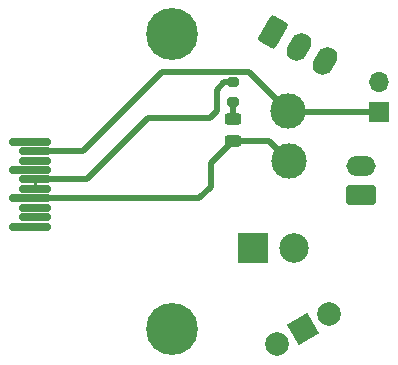
<source format=gtl>
G04 #@! TF.GenerationSoftware,KiCad,Pcbnew,8.0.2-1*
G04 #@! TF.CreationDate,2024-05-23T19:59:26+01:00*
G04 #@! TF.ProjectId,hexpansion,68657870-616e-4736-996f-6e2e6b696361,rev?*
G04 #@! TF.SameCoordinates,Original*
G04 #@! TF.FileFunction,Copper,L1,Top*
G04 #@! TF.FilePolarity,Positive*
%FSLAX46Y46*%
G04 Gerber Fmt 4.6, Leading zero omitted, Abs format (unit mm)*
G04 Created by KiCad (PCBNEW 8.0.2-1) date 2024-05-23 19:59:26*
%MOMM*%
%LPD*%
G01*
G04 APERTURE LIST*
G04 Aperture macros list*
%AMRoundRect*
0 Rectangle with rounded corners*
0 $1 Rounding radius*
0 $2 $3 $4 $5 $6 $7 $8 $9 X,Y pos of 4 corners*
0 Add a 4 corners polygon primitive as box body*
4,1,4,$2,$3,$4,$5,$6,$7,$8,$9,$2,$3,0*
0 Add four circle primitives for the rounded corners*
1,1,$1+$1,$2,$3*
1,1,$1+$1,$4,$5*
1,1,$1+$1,$6,$7*
1,1,$1+$1,$8,$9*
0 Add four rect primitives between the rounded corners*
20,1,$1+$1,$2,$3,$4,$5,0*
20,1,$1+$1,$4,$5,$6,$7,0*
20,1,$1+$1,$6,$7,$8,$9,0*
20,1,$1+$1,$8,$9,$2,$3,0*%
%AMHorizOval*
0 Thick line with rounded ends*
0 $1 width*
0 $2 $3 position (X,Y) of the first rounded end (center of the circle)*
0 $4 $5 position (X,Y) of the second rounded end (center of the circle)*
0 Add line between two ends*
20,1,$1,$2,$3,$4,$5,0*
0 Add two circle primitives to create the rounded ends*
1,1,$1,$2,$3*
1,1,$1,$4,$5*%
%AMRotRect*
0 Rectangle, with rotation*
0 The origin of the aperture is its center*
0 $1 length*
0 $2 width*
0 $3 Rotation angle, in degrees counterclockwise*
0 Add horizontal line*
21,1,$1,$2,0,0,$3*%
G04 Aperture macros list end*
G04 #@! TA.AperFunction,ComponentPad*
%ADD10R,2.500000X2.500000*%
G04 #@! TD*
G04 #@! TA.AperFunction,ComponentPad*
%ADD11C,2.500000*%
G04 #@! TD*
G04 #@! TA.AperFunction,SMDPad,CuDef*
%ADD12RoundRect,0.150000X1.600000X0.150000X-1.600000X0.150000X-1.600000X-0.150000X1.600000X-0.150000X0*%
G04 #@! TD*
G04 #@! TA.AperFunction,SMDPad,CuDef*
%ADD13RoundRect,0.150000X1.200000X0.150000X-1.200000X0.150000X-1.200000X-0.150000X1.200000X-0.150000X0*%
G04 #@! TD*
G04 #@! TA.AperFunction,ComponentPad*
%ADD14RoundRect,0.250000X1.000000X-0.600000X1.000000X0.600000X-1.000000X0.600000X-1.000000X-0.600000X0*%
G04 #@! TD*
G04 #@! TA.AperFunction,ComponentPad*
%ADD15O,2.500000X1.700000*%
G04 #@! TD*
G04 #@! TA.AperFunction,SMDPad,CuDef*
%ADD16RoundRect,0.243750X0.456250X-0.243750X0.456250X0.243750X-0.456250X0.243750X-0.456250X-0.243750X0*%
G04 #@! TD*
G04 #@! TA.AperFunction,ComponentPad*
%ADD17R,1.700000X1.700000*%
G04 #@! TD*
G04 #@! TA.AperFunction,ComponentPad*
%ADD18O,1.700000X1.700000*%
G04 #@! TD*
G04 #@! TA.AperFunction,ComponentPad*
%ADD19RoundRect,0.250000X-1.019615X-0.566025X0.019615X-1.166025X1.019615X0.566025X-0.019615X1.166025X0*%
G04 #@! TD*
G04 #@! TA.AperFunction,ComponentPad*
%ADD20HorizOval,1.700000X-0.200000X-0.346410X0.200000X0.346410X0*%
G04 #@! TD*
G04 #@! TA.AperFunction,ComponentPad*
%ADD21C,0.700000*%
G04 #@! TD*
G04 #@! TA.AperFunction,ComponentPad*
%ADD22C,4.400000*%
G04 #@! TD*
G04 #@! TA.AperFunction,SMDPad,CuDef*
%ADD23RoundRect,0.200000X-0.275000X0.200000X-0.275000X-0.200000X0.275000X-0.200000X0.275000X0.200000X0*%
G04 #@! TD*
G04 #@! TA.AperFunction,ComponentPad*
%ADD24RotRect,2.000000X2.000000X30.000000*%
G04 #@! TD*
G04 #@! TA.AperFunction,ComponentPad*
%ADD25C,2.000000*%
G04 #@! TD*
G04 #@! TA.AperFunction,ViaPad*
%ADD26C,3.000000*%
G04 #@! TD*
G04 #@! TA.AperFunction,Conductor*
%ADD27C,0.500000*%
G04 #@! TD*
G04 #@! TA.AperFunction,Conductor*
%ADD28C,0.250000*%
G04 #@! TD*
G04 APERTURE END LIST*
D10*
X119347349Y-105600000D03*
D11*
X122847349Y-105600000D03*
D12*
X100500000Y-96600000D03*
D13*
X100900000Y-97400000D03*
X100900000Y-98200000D03*
D12*
X100500000Y-99000000D03*
D13*
X100900000Y-99800000D03*
X100900000Y-100600000D03*
D12*
X100500000Y-101400000D03*
D13*
X100900000Y-102200000D03*
X100900000Y-103000000D03*
D12*
X100500000Y-103800000D03*
D14*
X128475000Y-101150000D03*
D15*
X128475000Y-98650000D03*
D16*
X117700000Y-96537500D03*
X117700000Y-94662500D03*
D17*
X130000000Y-94100000D03*
D18*
X130000000Y-91560000D03*
D19*
X121097437Y-87295337D03*
D20*
X123262501Y-88545337D03*
X125427564Y-89795337D03*
D21*
X110850000Y-87500000D03*
X111333274Y-86333274D03*
X111333274Y-88666726D03*
X112500000Y-85850000D03*
D22*
X112500000Y-87500000D03*
D21*
X112500000Y-89150000D03*
X113666726Y-86333274D03*
X113666726Y-88666726D03*
X114150000Y-87500000D03*
D23*
X117700000Y-91575000D03*
X117700000Y-93225000D03*
D24*
X123600000Y-112500000D03*
D25*
X121400295Y-113770000D03*
X125799705Y-111230000D03*
D21*
X110850000Y-112500000D03*
X111333274Y-111333274D03*
X111333274Y-113666726D03*
X112500000Y-110850000D03*
D22*
X112500000Y-112500000D03*
D21*
X112500000Y-114150000D03*
X113666726Y-111333274D03*
X113666726Y-113666726D03*
X114150000Y-112500000D03*
D26*
X122400000Y-98200000D03*
X122300000Y-94000000D03*
D27*
X115800000Y-100400000D02*
X115800000Y-98437500D01*
X120737500Y-96537500D02*
X117700000Y-96537500D01*
X100500000Y-101400000D02*
X114800000Y-101400000D01*
X115800000Y-98437500D02*
X117700000Y-96537500D01*
X122400000Y-98200000D02*
X120737500Y-96537500D01*
X114800000Y-101400000D02*
X115800000Y-100400000D01*
X122300000Y-94000000D02*
X122500000Y-94000000D01*
X105000000Y-97400000D02*
X100900000Y-97400000D01*
X122300000Y-94000000D02*
X119025000Y-90725000D01*
X111675000Y-90725000D02*
X105000000Y-97400000D01*
X119025000Y-90725000D02*
X111675000Y-90725000D01*
X122600000Y-94100000D02*
X130000000Y-94100000D01*
X122500000Y-94000000D02*
X122600000Y-94100000D01*
X100900000Y-99800000D02*
X105300000Y-99800000D01*
X116300000Y-92200000D02*
X116925000Y-91575000D01*
X116925000Y-91575000D02*
X117700000Y-91575000D01*
D28*
X100900000Y-99800000D02*
X100900000Y-100600000D01*
D27*
X105300000Y-99800000D02*
X110500000Y-94600000D01*
X115700000Y-94600000D02*
X116300000Y-94000000D01*
X116300000Y-94000000D02*
X116300000Y-92200000D01*
X110500000Y-94600000D02*
X115700000Y-94600000D01*
X117700000Y-93225000D02*
X117700000Y-94662500D01*
M02*

</source>
